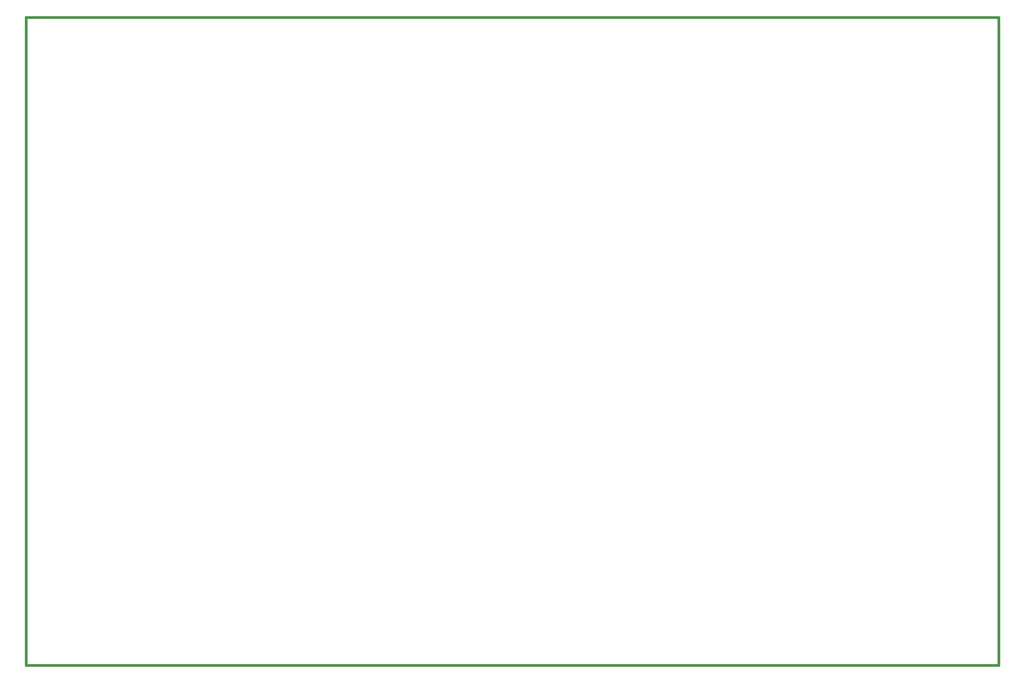
<source format=gko>
*%FSLAX24Y24*%
*%MOIN*%
G01*
%ADD11C,0.0000*%
%ADD12C,0.0050*%
%ADD13C,0.0060*%
%ADD14C,0.0073*%
%ADD15C,0.0080*%
%ADD16C,0.0100*%
%ADD17C,0.0120*%
%ADD18C,0.0160*%
%ADD19C,0.0200*%
%ADD20C,0.0200*%
%ADD21C,0.0240*%
%ADD22C,0.0250*%
%ADD23C,0.0300*%
%ADD24C,0.0320*%
%ADD25C,0.0380*%
%ADD26C,0.0400*%
%ADD27C,0.0400*%
%ADD28C,0.0440*%
%ADD29C,0.0500*%
%ADD30C,0.0500*%
%ADD31C,0.0520*%
%ADD32C,0.0540*%
%ADD33C,0.0560*%
%ADD34C,0.0580*%
%ADD35C,0.0600*%
%ADD36C,0.0600*%
%ADD37C,0.0620*%
%ADD38C,0.0640*%
%ADD39C,0.0660*%
%ADD40C,0.0670*%
%ADD41C,0.0700*%
%ADD42C,0.0700*%
%ADD43C,0.0740*%
%ADD44C,0.0750*%
%ADD45C,0.0760*%
%ADD46C,0.0790*%
%ADD47C,0.0800*%
%ADD48C,0.0800*%
%ADD49C,0.0840*%
%ADD50O,0.0850X0.0560*%
%ADD51C,0.0870*%
%ADD52O,0.0890X0.0600*%
%ADD53C,0.0950*%
%ADD54C,0.1000*%
%ADD55C,0.1000*%
%ADD56C,0.1040*%
%ADD57C,0.1200*%
%ADD58C,0.1250*%
%ADD59C,0.1250*%
%ADD60C,0.1290*%
%ADD61C,0.1400*%
%ADD62C,0.1500*%
%ADD63C,0.1500*%
%ADD64C,0.1540*%
%ADD65C,0.1600*%
%ADD66C,0.1620*%
%ADD67C,0.1800*%
%ADD68C,0.1820*%
%ADD69C,0.2000*%
%ADD70C,0.2000*%
%ADD71C,0.2040*%
%ADD72C,0.2500*%
%ADD73R,0.0200X0.0200*%
%ADD74R,0.0300X0.0300*%
%ADD75R,0.0350X0.0550*%
%ADD76R,0.0360X0.0360*%
%ADD77R,0.0394X0.1102*%
%ADD78R,0.0400X0.0400*%
%ADD79R,0.0400X0.0500*%
%ADD80R,0.0400X0.2400*%
%ADD81R,0.0500X0.0360*%
%ADD82R,0.0500X0.0500*%
%ADD83R,0.0500X0.0500*%
%ADD84R,0.0500X0.1200*%
%ADD85R,0.0540X0.0400*%
%ADD86R,0.0540X0.0540*%
%ADD87R,0.0550X0.0350*%
%ADD88R,0.0551X0.1417*%
%ADD89R,0.0591X0.1260*%
%ADD90R,0.0600X0.0600*%
%ADD91R,0.0600X0.1250*%
%ADD92R,0.0620X0.0620*%
%ADD93R,0.0631X0.1300*%
%ADD94R,0.0640X0.0640*%
%ADD95R,0.0640X0.1290*%
%ADD96R,0.0660X0.0660*%
%ADD97R,0.0700X0.0700*%
%ADD98R,0.0700X0.0700*%
%ADD99R,0.0700X0.1000*%
%ADD100R,0.0700X0.1900*%
%ADD101R,0.0740X0.0740*%
%ADD102R,0.0740X0.1040*%
%ADD103R,0.0750X0.0560*%
%ADD104R,0.0750X0.2000*%
%ADD105R,0.0790X0.0600*%
%ADD106R,0.0790X0.2040*%
%ADD107R,0.0900X0.0900*%
%ADD108R,0.0900X0.1200*%
%ADD109R,0.0984X0.1299*%
%ADD110R,0.1000X0.1000*%
%ADD111R,0.1000X0.1000*%
%ADD112R,0.1024X0.1339*%
%ADD113R,0.1040X0.1040*%
%ADD114R,0.1100X0.1100*%
%ADD115R,0.1102X0.0394*%
%ADD116R,0.1200X0.0500*%
%ADD117R,0.1200X0.1200*%
%ADD118R,0.1250X0.0150*%
%ADD119R,0.1250X0.0600*%
%ADD120R,0.1290X0.0640*%
%ADD121R,0.1290X0.1290*%
%ADD122R,0.1300X0.0650*%
%ADD123R,0.1300X0.0700*%
%ADD124R,0.1350X0.0600*%
%ADD125R,0.1350X0.0650*%
%ADD126R,0.1400X0.0650*%
%ADD127R,0.1400X0.0700*%
%ADD128R,0.1417X0.0551*%
%ADD129R,0.1500X0.0750*%
%ADD130R,0.1500X0.1500*%
%ADD131R,0.1540X0.0790*%
%ADD132R,0.1900X0.0700*%
%ADD133R,0.2000X0.0750*%
%ADD134R,0.2000X0.2000*%
%ADD135R,0.2040X0.0790*%
%ADD136R,0.2200X0.2200*%
%ADD137R,0.2250X0.0500*%
%ADD138R,0.2500X0.1250*%
%ADD139R,0.2500X0.2500*%
D18*
X131480Y58640D02*
Y98640D01*
X71480D02*
Y58640D01*
Y98640D02*
X131480D01*
Y58640D02*
X71480D01*
D02*
M02*

</source>
